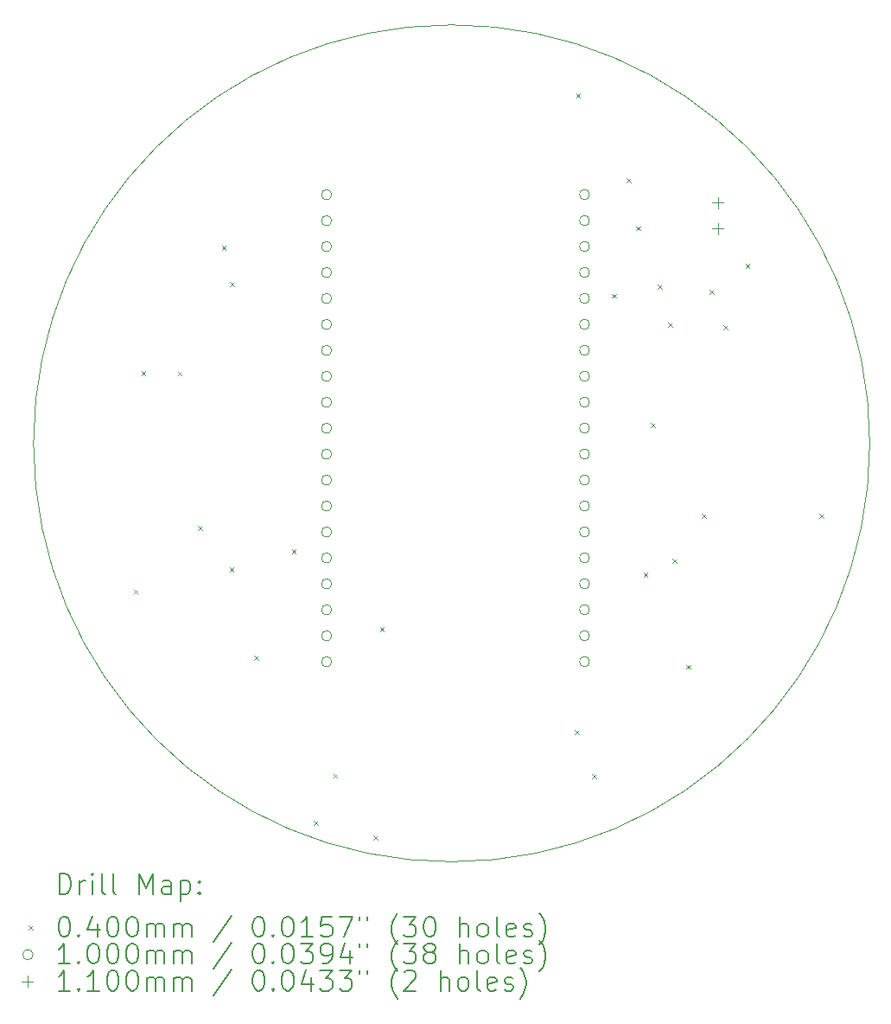
<source format=gbr>
%TF.GenerationSoftware,KiCad,Pcbnew,(6.0.8-1)-1*%
%TF.CreationDate,2023-08-07T08:14:22+01:00*%
%TF.ProjectId,LED LAMP,4c454420-4c41-44d5-902e-6b696361645f,rev?*%
%TF.SameCoordinates,Original*%
%TF.FileFunction,Drillmap*%
%TF.FilePolarity,Positive*%
%FSLAX45Y45*%
G04 Gerber Fmt 4.5, Leading zero omitted, Abs format (unit mm)*
G04 Created by KiCad (PCBNEW (6.0.8-1)-1) date 2023-08-07 08:14:22*
%MOMM*%
%LPD*%
G01*
G04 APERTURE LIST*
%ADD10C,0.100000*%
%ADD11C,0.200000*%
%ADD12C,0.040000*%
%ADD13C,0.110000*%
G04 APERTURE END LIST*
D10*
X25489210Y-5330000D02*
G75*
G03*
X25489210Y-5330000I-4096210J0D01*
G01*
D11*
D12*
X18278160Y-6761800D02*
X18318160Y-6801800D01*
X18318160Y-6761800D02*
X18278160Y-6801800D01*
X18354360Y-4623120D02*
X18394360Y-4663120D01*
X18394360Y-4623120D02*
X18354360Y-4663120D01*
X18709960Y-4628200D02*
X18749960Y-4668200D01*
X18749960Y-4628200D02*
X18709960Y-4668200D01*
X18908080Y-6142040D02*
X18948080Y-6182040D01*
X18948080Y-6142040D02*
X18908080Y-6182040D01*
X19141760Y-3393760D02*
X19181760Y-3433760D01*
X19181760Y-3393760D02*
X19141760Y-3433760D01*
X19217960Y-6548440D02*
X19257960Y-6588440D01*
X19257960Y-6548440D02*
X19217960Y-6588440D01*
X19223040Y-3749360D02*
X19263040Y-3789360D01*
X19263040Y-3749360D02*
X19223040Y-3789360D01*
X19456720Y-7412040D02*
X19496720Y-7452040D01*
X19496720Y-7412040D02*
X19456720Y-7452040D01*
X19827560Y-6365560D02*
X19867560Y-6405560D01*
X19867560Y-6365560D02*
X19827560Y-6405560D01*
X20040920Y-9027480D02*
X20080920Y-9067480D01*
X20080920Y-9027480D02*
X20040920Y-9067480D01*
X20233960Y-8565200D02*
X20273960Y-8605200D01*
X20273960Y-8565200D02*
X20233960Y-8605200D01*
X20625120Y-9169720D02*
X20665120Y-9209720D01*
X20665120Y-9169720D02*
X20625120Y-9209720D01*
X20691160Y-7127560D02*
X20731160Y-7167560D01*
X20731160Y-7127560D02*
X20691160Y-7167560D01*
X22601240Y-8138480D02*
X22641240Y-8178480D01*
X22641240Y-8138480D02*
X22601240Y-8178480D01*
X22611400Y-1905320D02*
X22651400Y-1945320D01*
X22651400Y-1905320D02*
X22611400Y-1945320D01*
X22768880Y-8570280D02*
X22808880Y-8610280D01*
X22808880Y-8570280D02*
X22768880Y-8610280D01*
X22961920Y-3866200D02*
X23001920Y-3906200D01*
X23001920Y-3866200D02*
X22961920Y-3906200D01*
X23109240Y-2733360D02*
X23149240Y-2773360D01*
X23149240Y-2733360D02*
X23109240Y-2773360D01*
X23200680Y-3205800D02*
X23240680Y-3245800D01*
X23240680Y-3205800D02*
X23200680Y-3245800D01*
X23271800Y-6594160D02*
X23311800Y-6634160D01*
X23311800Y-6594160D02*
X23271800Y-6634160D01*
X23342920Y-5131120D02*
X23382920Y-5171120D01*
X23382920Y-5131120D02*
X23342920Y-5171120D01*
X23414040Y-3774760D02*
X23454040Y-3814760D01*
X23454040Y-3774760D02*
X23414040Y-3814760D01*
X23515640Y-4150680D02*
X23555640Y-4190680D01*
X23555640Y-4150680D02*
X23515640Y-4190680D01*
X23556280Y-6462080D02*
X23596280Y-6502080D01*
X23596280Y-6462080D02*
X23556280Y-6502080D01*
X23693440Y-7498400D02*
X23733440Y-7538400D01*
X23733440Y-7498400D02*
X23693440Y-7538400D01*
X23845840Y-6020120D02*
X23885840Y-6060120D01*
X23885840Y-6020120D02*
X23845840Y-6060120D01*
X23922040Y-3830640D02*
X23962040Y-3870640D01*
X23962040Y-3830640D02*
X23922040Y-3870640D01*
X24054120Y-4176080D02*
X24094120Y-4216080D01*
X24094120Y-4176080D02*
X24054120Y-4216080D01*
X24272560Y-3576640D02*
X24312560Y-3616640D01*
X24312560Y-3576640D02*
X24272560Y-3616640D01*
X24993920Y-6020120D02*
X25033920Y-6060120D01*
X25033920Y-6020120D02*
X24993920Y-6060120D01*
D10*
X20217600Y-2895600D02*
G75*
G03*
X20217600Y-2895600I-50000J0D01*
G01*
X20217600Y-3149600D02*
G75*
G03*
X20217600Y-3149600I-50000J0D01*
G01*
X20217600Y-3403600D02*
G75*
G03*
X20217600Y-3403600I-50000J0D01*
G01*
X20217600Y-3657600D02*
G75*
G03*
X20217600Y-3657600I-50000J0D01*
G01*
X20217600Y-3911600D02*
G75*
G03*
X20217600Y-3911600I-50000J0D01*
G01*
X20217600Y-4165600D02*
G75*
G03*
X20217600Y-4165600I-50000J0D01*
G01*
X20217600Y-4419600D02*
G75*
G03*
X20217600Y-4419600I-50000J0D01*
G01*
X20217600Y-4673600D02*
G75*
G03*
X20217600Y-4673600I-50000J0D01*
G01*
X20217600Y-4927600D02*
G75*
G03*
X20217600Y-4927600I-50000J0D01*
G01*
X20217600Y-5181600D02*
G75*
G03*
X20217600Y-5181600I-50000J0D01*
G01*
X20217600Y-5435600D02*
G75*
G03*
X20217600Y-5435600I-50000J0D01*
G01*
X20217600Y-5689600D02*
G75*
G03*
X20217600Y-5689600I-50000J0D01*
G01*
X20217600Y-5943600D02*
G75*
G03*
X20217600Y-5943600I-50000J0D01*
G01*
X20217600Y-6197600D02*
G75*
G03*
X20217600Y-6197600I-50000J0D01*
G01*
X20217600Y-6451600D02*
G75*
G03*
X20217600Y-6451600I-50000J0D01*
G01*
X20217600Y-6705600D02*
G75*
G03*
X20217600Y-6705600I-50000J0D01*
G01*
X20217600Y-6959600D02*
G75*
G03*
X20217600Y-6959600I-50000J0D01*
G01*
X20217600Y-7213600D02*
G75*
G03*
X20217600Y-7213600I-50000J0D01*
G01*
X20217600Y-7467600D02*
G75*
G03*
X20217600Y-7467600I-50000J0D01*
G01*
X22744220Y-2894920D02*
G75*
G03*
X22744220Y-2894920I-50000J0D01*
G01*
X22744220Y-3148920D02*
G75*
G03*
X22744220Y-3148920I-50000J0D01*
G01*
X22744220Y-3402920D02*
G75*
G03*
X22744220Y-3402920I-50000J0D01*
G01*
X22744220Y-3656920D02*
G75*
G03*
X22744220Y-3656920I-50000J0D01*
G01*
X22744220Y-3910920D02*
G75*
G03*
X22744220Y-3910920I-50000J0D01*
G01*
X22744220Y-4164920D02*
G75*
G03*
X22744220Y-4164920I-50000J0D01*
G01*
X22744220Y-4418920D02*
G75*
G03*
X22744220Y-4418920I-50000J0D01*
G01*
X22744220Y-4672920D02*
G75*
G03*
X22744220Y-4672920I-50000J0D01*
G01*
X22744220Y-4926920D02*
G75*
G03*
X22744220Y-4926920I-50000J0D01*
G01*
X22744220Y-5180920D02*
G75*
G03*
X22744220Y-5180920I-50000J0D01*
G01*
X22744220Y-5434920D02*
G75*
G03*
X22744220Y-5434920I-50000J0D01*
G01*
X22744220Y-5688920D02*
G75*
G03*
X22744220Y-5688920I-50000J0D01*
G01*
X22744220Y-5942920D02*
G75*
G03*
X22744220Y-5942920I-50000J0D01*
G01*
X22744220Y-6196920D02*
G75*
G03*
X22744220Y-6196920I-50000J0D01*
G01*
X22744220Y-6450920D02*
G75*
G03*
X22744220Y-6450920I-50000J0D01*
G01*
X22744220Y-6704920D02*
G75*
G03*
X22744220Y-6704920I-50000J0D01*
G01*
X22744220Y-6958920D02*
G75*
G03*
X22744220Y-6958920I-50000J0D01*
G01*
X22744220Y-7212920D02*
G75*
G03*
X22744220Y-7212920I-50000J0D01*
G01*
X22744220Y-7466920D02*
G75*
G03*
X22744220Y-7466920I-50000J0D01*
G01*
D13*
X24003000Y-2916800D02*
X24003000Y-3026800D01*
X23948000Y-2971800D02*
X24058000Y-2971800D01*
X24003000Y-3170800D02*
X24003000Y-3280800D01*
X23948000Y-3225800D02*
X24058000Y-3225800D01*
D11*
X17549409Y-9741686D02*
X17549409Y-9541686D01*
X17597028Y-9541686D01*
X17625600Y-9551210D01*
X17644647Y-9570257D01*
X17654171Y-9589305D01*
X17663695Y-9627400D01*
X17663695Y-9655972D01*
X17654171Y-9694067D01*
X17644647Y-9713114D01*
X17625600Y-9732162D01*
X17597028Y-9741686D01*
X17549409Y-9741686D01*
X17749409Y-9741686D02*
X17749409Y-9608353D01*
X17749409Y-9646448D02*
X17758933Y-9627400D01*
X17768457Y-9617876D01*
X17787505Y-9608353D01*
X17806552Y-9608353D01*
X17873219Y-9741686D02*
X17873219Y-9608353D01*
X17873219Y-9541686D02*
X17863695Y-9551210D01*
X17873219Y-9560734D01*
X17882743Y-9551210D01*
X17873219Y-9541686D01*
X17873219Y-9560734D01*
X17997028Y-9741686D02*
X17977981Y-9732162D01*
X17968457Y-9713114D01*
X17968457Y-9541686D01*
X18101790Y-9741686D02*
X18082743Y-9732162D01*
X18073219Y-9713114D01*
X18073219Y-9541686D01*
X18330362Y-9741686D02*
X18330362Y-9541686D01*
X18397028Y-9684543D01*
X18463695Y-9541686D01*
X18463695Y-9741686D01*
X18644647Y-9741686D02*
X18644647Y-9636924D01*
X18635124Y-9617876D01*
X18616076Y-9608353D01*
X18577981Y-9608353D01*
X18558933Y-9617876D01*
X18644647Y-9732162D02*
X18625600Y-9741686D01*
X18577981Y-9741686D01*
X18558933Y-9732162D01*
X18549409Y-9713114D01*
X18549409Y-9694067D01*
X18558933Y-9675019D01*
X18577981Y-9665495D01*
X18625600Y-9665495D01*
X18644647Y-9655972D01*
X18739886Y-9608353D02*
X18739886Y-9808353D01*
X18739886Y-9617876D02*
X18758933Y-9608353D01*
X18797028Y-9608353D01*
X18816076Y-9617876D01*
X18825600Y-9627400D01*
X18835124Y-9646448D01*
X18835124Y-9703591D01*
X18825600Y-9722638D01*
X18816076Y-9732162D01*
X18797028Y-9741686D01*
X18758933Y-9741686D01*
X18739886Y-9732162D01*
X18920838Y-9722638D02*
X18930362Y-9732162D01*
X18920838Y-9741686D01*
X18911314Y-9732162D01*
X18920838Y-9722638D01*
X18920838Y-9741686D01*
X18920838Y-9617876D02*
X18930362Y-9627400D01*
X18920838Y-9636924D01*
X18911314Y-9627400D01*
X18920838Y-9617876D01*
X18920838Y-9636924D01*
D12*
X17251790Y-10051210D02*
X17291790Y-10091210D01*
X17291790Y-10051210D02*
X17251790Y-10091210D01*
D11*
X17587505Y-9961686D02*
X17606552Y-9961686D01*
X17625600Y-9971210D01*
X17635124Y-9980734D01*
X17644647Y-9999781D01*
X17654171Y-10037876D01*
X17654171Y-10085495D01*
X17644647Y-10123591D01*
X17635124Y-10142638D01*
X17625600Y-10152162D01*
X17606552Y-10161686D01*
X17587505Y-10161686D01*
X17568457Y-10152162D01*
X17558933Y-10142638D01*
X17549409Y-10123591D01*
X17539886Y-10085495D01*
X17539886Y-10037876D01*
X17549409Y-9999781D01*
X17558933Y-9980734D01*
X17568457Y-9971210D01*
X17587505Y-9961686D01*
X17739886Y-10142638D02*
X17749409Y-10152162D01*
X17739886Y-10161686D01*
X17730362Y-10152162D01*
X17739886Y-10142638D01*
X17739886Y-10161686D01*
X17920838Y-10028353D02*
X17920838Y-10161686D01*
X17873219Y-9952162D02*
X17825600Y-10095019D01*
X17949409Y-10095019D01*
X18063695Y-9961686D02*
X18082743Y-9961686D01*
X18101790Y-9971210D01*
X18111314Y-9980734D01*
X18120838Y-9999781D01*
X18130362Y-10037876D01*
X18130362Y-10085495D01*
X18120838Y-10123591D01*
X18111314Y-10142638D01*
X18101790Y-10152162D01*
X18082743Y-10161686D01*
X18063695Y-10161686D01*
X18044647Y-10152162D01*
X18035124Y-10142638D01*
X18025600Y-10123591D01*
X18016076Y-10085495D01*
X18016076Y-10037876D01*
X18025600Y-9999781D01*
X18035124Y-9980734D01*
X18044647Y-9971210D01*
X18063695Y-9961686D01*
X18254171Y-9961686D02*
X18273219Y-9961686D01*
X18292266Y-9971210D01*
X18301790Y-9980734D01*
X18311314Y-9999781D01*
X18320838Y-10037876D01*
X18320838Y-10085495D01*
X18311314Y-10123591D01*
X18301790Y-10142638D01*
X18292266Y-10152162D01*
X18273219Y-10161686D01*
X18254171Y-10161686D01*
X18235124Y-10152162D01*
X18225600Y-10142638D01*
X18216076Y-10123591D01*
X18206552Y-10085495D01*
X18206552Y-10037876D01*
X18216076Y-9999781D01*
X18225600Y-9980734D01*
X18235124Y-9971210D01*
X18254171Y-9961686D01*
X18406552Y-10161686D02*
X18406552Y-10028353D01*
X18406552Y-10047400D02*
X18416076Y-10037876D01*
X18435124Y-10028353D01*
X18463695Y-10028353D01*
X18482743Y-10037876D01*
X18492266Y-10056924D01*
X18492266Y-10161686D01*
X18492266Y-10056924D02*
X18501790Y-10037876D01*
X18520838Y-10028353D01*
X18549409Y-10028353D01*
X18568457Y-10037876D01*
X18577981Y-10056924D01*
X18577981Y-10161686D01*
X18673219Y-10161686D02*
X18673219Y-10028353D01*
X18673219Y-10047400D02*
X18682743Y-10037876D01*
X18701790Y-10028353D01*
X18730362Y-10028353D01*
X18749409Y-10037876D01*
X18758933Y-10056924D01*
X18758933Y-10161686D01*
X18758933Y-10056924D02*
X18768457Y-10037876D01*
X18787505Y-10028353D01*
X18816076Y-10028353D01*
X18835124Y-10037876D01*
X18844647Y-10056924D01*
X18844647Y-10161686D01*
X19235124Y-9952162D02*
X19063695Y-10209305D01*
X19492266Y-9961686D02*
X19511314Y-9961686D01*
X19530362Y-9971210D01*
X19539886Y-9980734D01*
X19549409Y-9999781D01*
X19558933Y-10037876D01*
X19558933Y-10085495D01*
X19549409Y-10123591D01*
X19539886Y-10142638D01*
X19530362Y-10152162D01*
X19511314Y-10161686D01*
X19492266Y-10161686D01*
X19473219Y-10152162D01*
X19463695Y-10142638D01*
X19454171Y-10123591D01*
X19444647Y-10085495D01*
X19444647Y-10037876D01*
X19454171Y-9999781D01*
X19463695Y-9980734D01*
X19473219Y-9971210D01*
X19492266Y-9961686D01*
X19644647Y-10142638D02*
X19654171Y-10152162D01*
X19644647Y-10161686D01*
X19635124Y-10152162D01*
X19644647Y-10142638D01*
X19644647Y-10161686D01*
X19777981Y-9961686D02*
X19797028Y-9961686D01*
X19816076Y-9971210D01*
X19825600Y-9980734D01*
X19835124Y-9999781D01*
X19844647Y-10037876D01*
X19844647Y-10085495D01*
X19835124Y-10123591D01*
X19825600Y-10142638D01*
X19816076Y-10152162D01*
X19797028Y-10161686D01*
X19777981Y-10161686D01*
X19758933Y-10152162D01*
X19749409Y-10142638D01*
X19739886Y-10123591D01*
X19730362Y-10085495D01*
X19730362Y-10037876D01*
X19739886Y-9999781D01*
X19749409Y-9980734D01*
X19758933Y-9971210D01*
X19777981Y-9961686D01*
X20035124Y-10161686D02*
X19920838Y-10161686D01*
X19977981Y-10161686D02*
X19977981Y-9961686D01*
X19958933Y-9990257D01*
X19939886Y-10009305D01*
X19920838Y-10018829D01*
X20216076Y-9961686D02*
X20120838Y-9961686D01*
X20111314Y-10056924D01*
X20120838Y-10047400D01*
X20139886Y-10037876D01*
X20187505Y-10037876D01*
X20206552Y-10047400D01*
X20216076Y-10056924D01*
X20225600Y-10075972D01*
X20225600Y-10123591D01*
X20216076Y-10142638D01*
X20206552Y-10152162D01*
X20187505Y-10161686D01*
X20139886Y-10161686D01*
X20120838Y-10152162D01*
X20111314Y-10142638D01*
X20292266Y-9961686D02*
X20425600Y-9961686D01*
X20339886Y-10161686D01*
X20492266Y-9961686D02*
X20492266Y-9999781D01*
X20568457Y-9961686D02*
X20568457Y-9999781D01*
X20863695Y-10237876D02*
X20854171Y-10228353D01*
X20835124Y-10199781D01*
X20825600Y-10180734D01*
X20816076Y-10152162D01*
X20806552Y-10104543D01*
X20806552Y-10066448D01*
X20816076Y-10018829D01*
X20825600Y-9990257D01*
X20835124Y-9971210D01*
X20854171Y-9942638D01*
X20863695Y-9933114D01*
X20920838Y-9961686D02*
X21044647Y-9961686D01*
X20977981Y-10037876D01*
X21006552Y-10037876D01*
X21025600Y-10047400D01*
X21035124Y-10056924D01*
X21044647Y-10075972D01*
X21044647Y-10123591D01*
X21035124Y-10142638D01*
X21025600Y-10152162D01*
X21006552Y-10161686D01*
X20949409Y-10161686D01*
X20930362Y-10152162D01*
X20920838Y-10142638D01*
X21168457Y-9961686D02*
X21187505Y-9961686D01*
X21206552Y-9971210D01*
X21216076Y-9980734D01*
X21225600Y-9999781D01*
X21235124Y-10037876D01*
X21235124Y-10085495D01*
X21225600Y-10123591D01*
X21216076Y-10142638D01*
X21206552Y-10152162D01*
X21187505Y-10161686D01*
X21168457Y-10161686D01*
X21149409Y-10152162D01*
X21139886Y-10142638D01*
X21130362Y-10123591D01*
X21120838Y-10085495D01*
X21120838Y-10037876D01*
X21130362Y-9999781D01*
X21139886Y-9980734D01*
X21149409Y-9971210D01*
X21168457Y-9961686D01*
X21473219Y-10161686D02*
X21473219Y-9961686D01*
X21558933Y-10161686D02*
X21558933Y-10056924D01*
X21549409Y-10037876D01*
X21530362Y-10028353D01*
X21501790Y-10028353D01*
X21482743Y-10037876D01*
X21473219Y-10047400D01*
X21682743Y-10161686D02*
X21663695Y-10152162D01*
X21654171Y-10142638D01*
X21644647Y-10123591D01*
X21644647Y-10066448D01*
X21654171Y-10047400D01*
X21663695Y-10037876D01*
X21682743Y-10028353D01*
X21711314Y-10028353D01*
X21730362Y-10037876D01*
X21739886Y-10047400D01*
X21749409Y-10066448D01*
X21749409Y-10123591D01*
X21739886Y-10142638D01*
X21730362Y-10152162D01*
X21711314Y-10161686D01*
X21682743Y-10161686D01*
X21863695Y-10161686D02*
X21844647Y-10152162D01*
X21835124Y-10133114D01*
X21835124Y-9961686D01*
X22016076Y-10152162D02*
X21997028Y-10161686D01*
X21958933Y-10161686D01*
X21939886Y-10152162D01*
X21930362Y-10133114D01*
X21930362Y-10056924D01*
X21939886Y-10037876D01*
X21958933Y-10028353D01*
X21997028Y-10028353D01*
X22016076Y-10037876D01*
X22025600Y-10056924D01*
X22025600Y-10075972D01*
X21930362Y-10095019D01*
X22101790Y-10152162D02*
X22120838Y-10161686D01*
X22158933Y-10161686D01*
X22177981Y-10152162D01*
X22187505Y-10133114D01*
X22187505Y-10123591D01*
X22177981Y-10104543D01*
X22158933Y-10095019D01*
X22130362Y-10095019D01*
X22111314Y-10085495D01*
X22101790Y-10066448D01*
X22101790Y-10056924D01*
X22111314Y-10037876D01*
X22130362Y-10028353D01*
X22158933Y-10028353D01*
X22177981Y-10037876D01*
X22254171Y-10237876D02*
X22263695Y-10228353D01*
X22282743Y-10199781D01*
X22292266Y-10180734D01*
X22301790Y-10152162D01*
X22311314Y-10104543D01*
X22311314Y-10066448D01*
X22301790Y-10018829D01*
X22292266Y-9990257D01*
X22282743Y-9971210D01*
X22263695Y-9942638D01*
X22254171Y-9933114D01*
D10*
X17291790Y-10335210D02*
G75*
G03*
X17291790Y-10335210I-50000J0D01*
G01*
D11*
X17654171Y-10425686D02*
X17539886Y-10425686D01*
X17597028Y-10425686D02*
X17597028Y-10225686D01*
X17577981Y-10254257D01*
X17558933Y-10273305D01*
X17539886Y-10282829D01*
X17739886Y-10406638D02*
X17749409Y-10416162D01*
X17739886Y-10425686D01*
X17730362Y-10416162D01*
X17739886Y-10406638D01*
X17739886Y-10425686D01*
X17873219Y-10225686D02*
X17892266Y-10225686D01*
X17911314Y-10235210D01*
X17920838Y-10244734D01*
X17930362Y-10263781D01*
X17939886Y-10301876D01*
X17939886Y-10349495D01*
X17930362Y-10387591D01*
X17920838Y-10406638D01*
X17911314Y-10416162D01*
X17892266Y-10425686D01*
X17873219Y-10425686D01*
X17854171Y-10416162D01*
X17844647Y-10406638D01*
X17835124Y-10387591D01*
X17825600Y-10349495D01*
X17825600Y-10301876D01*
X17835124Y-10263781D01*
X17844647Y-10244734D01*
X17854171Y-10235210D01*
X17873219Y-10225686D01*
X18063695Y-10225686D02*
X18082743Y-10225686D01*
X18101790Y-10235210D01*
X18111314Y-10244734D01*
X18120838Y-10263781D01*
X18130362Y-10301876D01*
X18130362Y-10349495D01*
X18120838Y-10387591D01*
X18111314Y-10406638D01*
X18101790Y-10416162D01*
X18082743Y-10425686D01*
X18063695Y-10425686D01*
X18044647Y-10416162D01*
X18035124Y-10406638D01*
X18025600Y-10387591D01*
X18016076Y-10349495D01*
X18016076Y-10301876D01*
X18025600Y-10263781D01*
X18035124Y-10244734D01*
X18044647Y-10235210D01*
X18063695Y-10225686D01*
X18254171Y-10225686D02*
X18273219Y-10225686D01*
X18292266Y-10235210D01*
X18301790Y-10244734D01*
X18311314Y-10263781D01*
X18320838Y-10301876D01*
X18320838Y-10349495D01*
X18311314Y-10387591D01*
X18301790Y-10406638D01*
X18292266Y-10416162D01*
X18273219Y-10425686D01*
X18254171Y-10425686D01*
X18235124Y-10416162D01*
X18225600Y-10406638D01*
X18216076Y-10387591D01*
X18206552Y-10349495D01*
X18206552Y-10301876D01*
X18216076Y-10263781D01*
X18225600Y-10244734D01*
X18235124Y-10235210D01*
X18254171Y-10225686D01*
X18406552Y-10425686D02*
X18406552Y-10292353D01*
X18406552Y-10311400D02*
X18416076Y-10301876D01*
X18435124Y-10292353D01*
X18463695Y-10292353D01*
X18482743Y-10301876D01*
X18492266Y-10320924D01*
X18492266Y-10425686D01*
X18492266Y-10320924D02*
X18501790Y-10301876D01*
X18520838Y-10292353D01*
X18549409Y-10292353D01*
X18568457Y-10301876D01*
X18577981Y-10320924D01*
X18577981Y-10425686D01*
X18673219Y-10425686D02*
X18673219Y-10292353D01*
X18673219Y-10311400D02*
X18682743Y-10301876D01*
X18701790Y-10292353D01*
X18730362Y-10292353D01*
X18749409Y-10301876D01*
X18758933Y-10320924D01*
X18758933Y-10425686D01*
X18758933Y-10320924D02*
X18768457Y-10301876D01*
X18787505Y-10292353D01*
X18816076Y-10292353D01*
X18835124Y-10301876D01*
X18844647Y-10320924D01*
X18844647Y-10425686D01*
X19235124Y-10216162D02*
X19063695Y-10473305D01*
X19492266Y-10225686D02*
X19511314Y-10225686D01*
X19530362Y-10235210D01*
X19539886Y-10244734D01*
X19549409Y-10263781D01*
X19558933Y-10301876D01*
X19558933Y-10349495D01*
X19549409Y-10387591D01*
X19539886Y-10406638D01*
X19530362Y-10416162D01*
X19511314Y-10425686D01*
X19492266Y-10425686D01*
X19473219Y-10416162D01*
X19463695Y-10406638D01*
X19454171Y-10387591D01*
X19444647Y-10349495D01*
X19444647Y-10301876D01*
X19454171Y-10263781D01*
X19463695Y-10244734D01*
X19473219Y-10235210D01*
X19492266Y-10225686D01*
X19644647Y-10406638D02*
X19654171Y-10416162D01*
X19644647Y-10425686D01*
X19635124Y-10416162D01*
X19644647Y-10406638D01*
X19644647Y-10425686D01*
X19777981Y-10225686D02*
X19797028Y-10225686D01*
X19816076Y-10235210D01*
X19825600Y-10244734D01*
X19835124Y-10263781D01*
X19844647Y-10301876D01*
X19844647Y-10349495D01*
X19835124Y-10387591D01*
X19825600Y-10406638D01*
X19816076Y-10416162D01*
X19797028Y-10425686D01*
X19777981Y-10425686D01*
X19758933Y-10416162D01*
X19749409Y-10406638D01*
X19739886Y-10387591D01*
X19730362Y-10349495D01*
X19730362Y-10301876D01*
X19739886Y-10263781D01*
X19749409Y-10244734D01*
X19758933Y-10235210D01*
X19777981Y-10225686D01*
X19911314Y-10225686D02*
X20035124Y-10225686D01*
X19968457Y-10301876D01*
X19997028Y-10301876D01*
X20016076Y-10311400D01*
X20025600Y-10320924D01*
X20035124Y-10339972D01*
X20035124Y-10387591D01*
X20025600Y-10406638D01*
X20016076Y-10416162D01*
X19997028Y-10425686D01*
X19939886Y-10425686D01*
X19920838Y-10416162D01*
X19911314Y-10406638D01*
X20130362Y-10425686D02*
X20168457Y-10425686D01*
X20187505Y-10416162D01*
X20197028Y-10406638D01*
X20216076Y-10378067D01*
X20225600Y-10339972D01*
X20225600Y-10263781D01*
X20216076Y-10244734D01*
X20206552Y-10235210D01*
X20187505Y-10225686D01*
X20149409Y-10225686D01*
X20130362Y-10235210D01*
X20120838Y-10244734D01*
X20111314Y-10263781D01*
X20111314Y-10311400D01*
X20120838Y-10330448D01*
X20130362Y-10339972D01*
X20149409Y-10349495D01*
X20187505Y-10349495D01*
X20206552Y-10339972D01*
X20216076Y-10330448D01*
X20225600Y-10311400D01*
X20397028Y-10292353D02*
X20397028Y-10425686D01*
X20349409Y-10216162D02*
X20301790Y-10359019D01*
X20425600Y-10359019D01*
X20492266Y-10225686D02*
X20492266Y-10263781D01*
X20568457Y-10225686D02*
X20568457Y-10263781D01*
X20863695Y-10501876D02*
X20854171Y-10492353D01*
X20835124Y-10463781D01*
X20825600Y-10444734D01*
X20816076Y-10416162D01*
X20806552Y-10368543D01*
X20806552Y-10330448D01*
X20816076Y-10282829D01*
X20825600Y-10254257D01*
X20835124Y-10235210D01*
X20854171Y-10206638D01*
X20863695Y-10197114D01*
X20920838Y-10225686D02*
X21044647Y-10225686D01*
X20977981Y-10301876D01*
X21006552Y-10301876D01*
X21025600Y-10311400D01*
X21035124Y-10320924D01*
X21044647Y-10339972D01*
X21044647Y-10387591D01*
X21035124Y-10406638D01*
X21025600Y-10416162D01*
X21006552Y-10425686D01*
X20949409Y-10425686D01*
X20930362Y-10416162D01*
X20920838Y-10406638D01*
X21158933Y-10311400D02*
X21139886Y-10301876D01*
X21130362Y-10292353D01*
X21120838Y-10273305D01*
X21120838Y-10263781D01*
X21130362Y-10244734D01*
X21139886Y-10235210D01*
X21158933Y-10225686D01*
X21197028Y-10225686D01*
X21216076Y-10235210D01*
X21225600Y-10244734D01*
X21235124Y-10263781D01*
X21235124Y-10273305D01*
X21225600Y-10292353D01*
X21216076Y-10301876D01*
X21197028Y-10311400D01*
X21158933Y-10311400D01*
X21139886Y-10320924D01*
X21130362Y-10330448D01*
X21120838Y-10349495D01*
X21120838Y-10387591D01*
X21130362Y-10406638D01*
X21139886Y-10416162D01*
X21158933Y-10425686D01*
X21197028Y-10425686D01*
X21216076Y-10416162D01*
X21225600Y-10406638D01*
X21235124Y-10387591D01*
X21235124Y-10349495D01*
X21225600Y-10330448D01*
X21216076Y-10320924D01*
X21197028Y-10311400D01*
X21473219Y-10425686D02*
X21473219Y-10225686D01*
X21558933Y-10425686D02*
X21558933Y-10320924D01*
X21549409Y-10301876D01*
X21530362Y-10292353D01*
X21501790Y-10292353D01*
X21482743Y-10301876D01*
X21473219Y-10311400D01*
X21682743Y-10425686D02*
X21663695Y-10416162D01*
X21654171Y-10406638D01*
X21644647Y-10387591D01*
X21644647Y-10330448D01*
X21654171Y-10311400D01*
X21663695Y-10301876D01*
X21682743Y-10292353D01*
X21711314Y-10292353D01*
X21730362Y-10301876D01*
X21739886Y-10311400D01*
X21749409Y-10330448D01*
X21749409Y-10387591D01*
X21739886Y-10406638D01*
X21730362Y-10416162D01*
X21711314Y-10425686D01*
X21682743Y-10425686D01*
X21863695Y-10425686D02*
X21844647Y-10416162D01*
X21835124Y-10397114D01*
X21835124Y-10225686D01*
X22016076Y-10416162D02*
X21997028Y-10425686D01*
X21958933Y-10425686D01*
X21939886Y-10416162D01*
X21930362Y-10397114D01*
X21930362Y-10320924D01*
X21939886Y-10301876D01*
X21958933Y-10292353D01*
X21997028Y-10292353D01*
X22016076Y-10301876D01*
X22025600Y-10320924D01*
X22025600Y-10339972D01*
X21930362Y-10359019D01*
X22101790Y-10416162D02*
X22120838Y-10425686D01*
X22158933Y-10425686D01*
X22177981Y-10416162D01*
X22187505Y-10397114D01*
X22187505Y-10387591D01*
X22177981Y-10368543D01*
X22158933Y-10359019D01*
X22130362Y-10359019D01*
X22111314Y-10349495D01*
X22101790Y-10330448D01*
X22101790Y-10320924D01*
X22111314Y-10301876D01*
X22130362Y-10292353D01*
X22158933Y-10292353D01*
X22177981Y-10301876D01*
X22254171Y-10501876D02*
X22263695Y-10492353D01*
X22282743Y-10463781D01*
X22292266Y-10444734D01*
X22301790Y-10416162D01*
X22311314Y-10368543D01*
X22311314Y-10330448D01*
X22301790Y-10282829D01*
X22292266Y-10254257D01*
X22282743Y-10235210D01*
X22263695Y-10206638D01*
X22254171Y-10197114D01*
D13*
X17236790Y-10544210D02*
X17236790Y-10654210D01*
X17181790Y-10599210D02*
X17291790Y-10599210D01*
D11*
X17654171Y-10689686D02*
X17539886Y-10689686D01*
X17597028Y-10689686D02*
X17597028Y-10489686D01*
X17577981Y-10518257D01*
X17558933Y-10537305D01*
X17539886Y-10546829D01*
X17739886Y-10670638D02*
X17749409Y-10680162D01*
X17739886Y-10689686D01*
X17730362Y-10680162D01*
X17739886Y-10670638D01*
X17739886Y-10689686D01*
X17939886Y-10689686D02*
X17825600Y-10689686D01*
X17882743Y-10689686D02*
X17882743Y-10489686D01*
X17863695Y-10518257D01*
X17844647Y-10537305D01*
X17825600Y-10546829D01*
X18063695Y-10489686D02*
X18082743Y-10489686D01*
X18101790Y-10499210D01*
X18111314Y-10508734D01*
X18120838Y-10527781D01*
X18130362Y-10565876D01*
X18130362Y-10613495D01*
X18120838Y-10651591D01*
X18111314Y-10670638D01*
X18101790Y-10680162D01*
X18082743Y-10689686D01*
X18063695Y-10689686D01*
X18044647Y-10680162D01*
X18035124Y-10670638D01*
X18025600Y-10651591D01*
X18016076Y-10613495D01*
X18016076Y-10565876D01*
X18025600Y-10527781D01*
X18035124Y-10508734D01*
X18044647Y-10499210D01*
X18063695Y-10489686D01*
X18254171Y-10489686D02*
X18273219Y-10489686D01*
X18292266Y-10499210D01*
X18301790Y-10508734D01*
X18311314Y-10527781D01*
X18320838Y-10565876D01*
X18320838Y-10613495D01*
X18311314Y-10651591D01*
X18301790Y-10670638D01*
X18292266Y-10680162D01*
X18273219Y-10689686D01*
X18254171Y-10689686D01*
X18235124Y-10680162D01*
X18225600Y-10670638D01*
X18216076Y-10651591D01*
X18206552Y-10613495D01*
X18206552Y-10565876D01*
X18216076Y-10527781D01*
X18225600Y-10508734D01*
X18235124Y-10499210D01*
X18254171Y-10489686D01*
X18406552Y-10689686D02*
X18406552Y-10556353D01*
X18406552Y-10575400D02*
X18416076Y-10565876D01*
X18435124Y-10556353D01*
X18463695Y-10556353D01*
X18482743Y-10565876D01*
X18492266Y-10584924D01*
X18492266Y-10689686D01*
X18492266Y-10584924D02*
X18501790Y-10565876D01*
X18520838Y-10556353D01*
X18549409Y-10556353D01*
X18568457Y-10565876D01*
X18577981Y-10584924D01*
X18577981Y-10689686D01*
X18673219Y-10689686D02*
X18673219Y-10556353D01*
X18673219Y-10575400D02*
X18682743Y-10565876D01*
X18701790Y-10556353D01*
X18730362Y-10556353D01*
X18749409Y-10565876D01*
X18758933Y-10584924D01*
X18758933Y-10689686D01*
X18758933Y-10584924D02*
X18768457Y-10565876D01*
X18787505Y-10556353D01*
X18816076Y-10556353D01*
X18835124Y-10565876D01*
X18844647Y-10584924D01*
X18844647Y-10689686D01*
X19235124Y-10480162D02*
X19063695Y-10737305D01*
X19492266Y-10489686D02*
X19511314Y-10489686D01*
X19530362Y-10499210D01*
X19539886Y-10508734D01*
X19549409Y-10527781D01*
X19558933Y-10565876D01*
X19558933Y-10613495D01*
X19549409Y-10651591D01*
X19539886Y-10670638D01*
X19530362Y-10680162D01*
X19511314Y-10689686D01*
X19492266Y-10689686D01*
X19473219Y-10680162D01*
X19463695Y-10670638D01*
X19454171Y-10651591D01*
X19444647Y-10613495D01*
X19444647Y-10565876D01*
X19454171Y-10527781D01*
X19463695Y-10508734D01*
X19473219Y-10499210D01*
X19492266Y-10489686D01*
X19644647Y-10670638D02*
X19654171Y-10680162D01*
X19644647Y-10689686D01*
X19635124Y-10680162D01*
X19644647Y-10670638D01*
X19644647Y-10689686D01*
X19777981Y-10489686D02*
X19797028Y-10489686D01*
X19816076Y-10499210D01*
X19825600Y-10508734D01*
X19835124Y-10527781D01*
X19844647Y-10565876D01*
X19844647Y-10613495D01*
X19835124Y-10651591D01*
X19825600Y-10670638D01*
X19816076Y-10680162D01*
X19797028Y-10689686D01*
X19777981Y-10689686D01*
X19758933Y-10680162D01*
X19749409Y-10670638D01*
X19739886Y-10651591D01*
X19730362Y-10613495D01*
X19730362Y-10565876D01*
X19739886Y-10527781D01*
X19749409Y-10508734D01*
X19758933Y-10499210D01*
X19777981Y-10489686D01*
X20016076Y-10556353D02*
X20016076Y-10689686D01*
X19968457Y-10480162D02*
X19920838Y-10623019D01*
X20044647Y-10623019D01*
X20101790Y-10489686D02*
X20225600Y-10489686D01*
X20158933Y-10565876D01*
X20187505Y-10565876D01*
X20206552Y-10575400D01*
X20216076Y-10584924D01*
X20225600Y-10603972D01*
X20225600Y-10651591D01*
X20216076Y-10670638D01*
X20206552Y-10680162D01*
X20187505Y-10689686D01*
X20130362Y-10689686D01*
X20111314Y-10680162D01*
X20101790Y-10670638D01*
X20292266Y-10489686D02*
X20416076Y-10489686D01*
X20349409Y-10565876D01*
X20377981Y-10565876D01*
X20397028Y-10575400D01*
X20406552Y-10584924D01*
X20416076Y-10603972D01*
X20416076Y-10651591D01*
X20406552Y-10670638D01*
X20397028Y-10680162D01*
X20377981Y-10689686D01*
X20320838Y-10689686D01*
X20301790Y-10680162D01*
X20292266Y-10670638D01*
X20492266Y-10489686D02*
X20492266Y-10527781D01*
X20568457Y-10489686D02*
X20568457Y-10527781D01*
X20863695Y-10765876D02*
X20854171Y-10756353D01*
X20835124Y-10727781D01*
X20825600Y-10708734D01*
X20816076Y-10680162D01*
X20806552Y-10632543D01*
X20806552Y-10594448D01*
X20816076Y-10546829D01*
X20825600Y-10518257D01*
X20835124Y-10499210D01*
X20854171Y-10470638D01*
X20863695Y-10461114D01*
X20930362Y-10508734D02*
X20939886Y-10499210D01*
X20958933Y-10489686D01*
X21006552Y-10489686D01*
X21025600Y-10499210D01*
X21035124Y-10508734D01*
X21044647Y-10527781D01*
X21044647Y-10546829D01*
X21035124Y-10575400D01*
X20920838Y-10689686D01*
X21044647Y-10689686D01*
X21282743Y-10689686D02*
X21282743Y-10489686D01*
X21368457Y-10689686D02*
X21368457Y-10584924D01*
X21358933Y-10565876D01*
X21339886Y-10556353D01*
X21311314Y-10556353D01*
X21292266Y-10565876D01*
X21282743Y-10575400D01*
X21492266Y-10689686D02*
X21473219Y-10680162D01*
X21463695Y-10670638D01*
X21454171Y-10651591D01*
X21454171Y-10594448D01*
X21463695Y-10575400D01*
X21473219Y-10565876D01*
X21492266Y-10556353D01*
X21520838Y-10556353D01*
X21539886Y-10565876D01*
X21549409Y-10575400D01*
X21558933Y-10594448D01*
X21558933Y-10651591D01*
X21549409Y-10670638D01*
X21539886Y-10680162D01*
X21520838Y-10689686D01*
X21492266Y-10689686D01*
X21673219Y-10689686D02*
X21654171Y-10680162D01*
X21644647Y-10661114D01*
X21644647Y-10489686D01*
X21825600Y-10680162D02*
X21806552Y-10689686D01*
X21768457Y-10689686D01*
X21749409Y-10680162D01*
X21739886Y-10661114D01*
X21739886Y-10584924D01*
X21749409Y-10565876D01*
X21768457Y-10556353D01*
X21806552Y-10556353D01*
X21825600Y-10565876D01*
X21835124Y-10584924D01*
X21835124Y-10603972D01*
X21739886Y-10623019D01*
X21911314Y-10680162D02*
X21930362Y-10689686D01*
X21968457Y-10689686D01*
X21987505Y-10680162D01*
X21997028Y-10661114D01*
X21997028Y-10651591D01*
X21987505Y-10632543D01*
X21968457Y-10623019D01*
X21939886Y-10623019D01*
X21920838Y-10613495D01*
X21911314Y-10594448D01*
X21911314Y-10584924D01*
X21920838Y-10565876D01*
X21939886Y-10556353D01*
X21968457Y-10556353D01*
X21987505Y-10565876D01*
X22063695Y-10765876D02*
X22073219Y-10756353D01*
X22092266Y-10727781D01*
X22101790Y-10708734D01*
X22111314Y-10680162D01*
X22120838Y-10632543D01*
X22120838Y-10594448D01*
X22111314Y-10546829D01*
X22101790Y-10518257D01*
X22092266Y-10499210D01*
X22073219Y-10470638D01*
X22063695Y-10461114D01*
M02*

</source>
